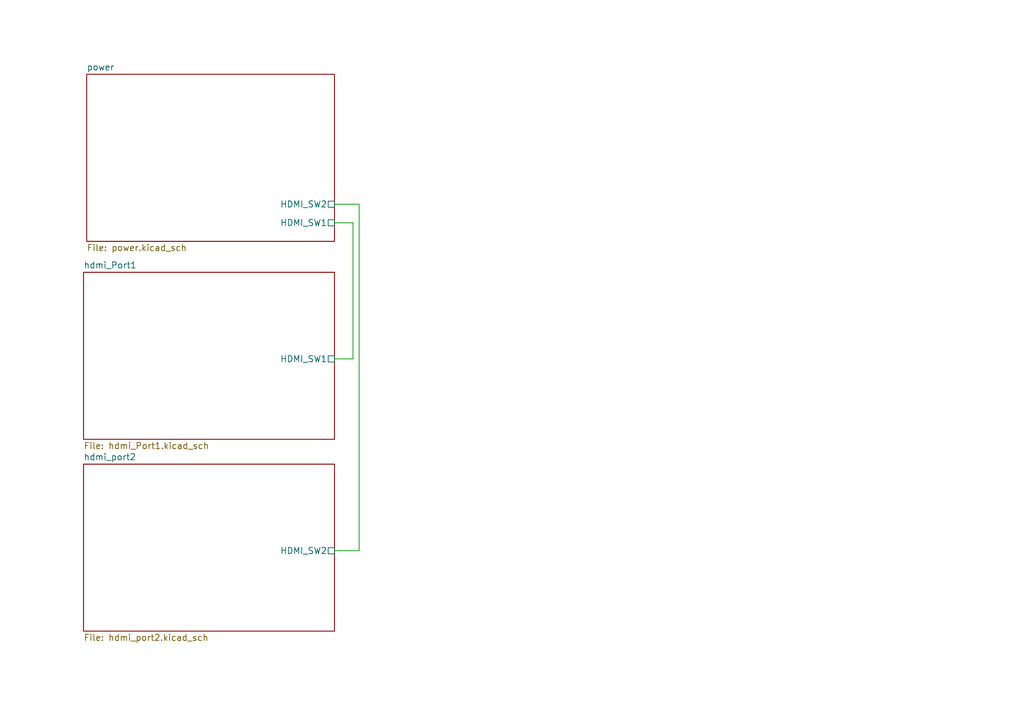
<source format=kicad_sch>
(kicad_sch
	(version 20231120)
	(generator "eeschema")
	(generator_version "8.0")
	(uuid "cc9a4224-c7c2-467e-a783-ff04a95e26f5")
	(paper "A5")
	(lib_symbols)
	(wire
		(pts
			(xy 72.39 45.72) (xy 68.58 45.72)
		)
		(stroke
			(width 0)
			(type default)
		)
		(uuid "1b4e804f-56d0-4bdd-ad22-2be19c03bef8")
	)
	(wire
		(pts
			(xy 73.66 41.91) (xy 73.66 113.03)
		)
		(stroke
			(width 0)
			(type default)
		)
		(uuid "6e0e4abf-0a2c-4206-adcd-0735a9f64da8")
	)
	(wire
		(pts
			(xy 68.58 41.91) (xy 73.66 41.91)
		)
		(stroke
			(width 0)
			(type default)
		)
		(uuid "8a197dbf-8459-45ae-8de0-cfea49c825a6")
	)
	(wire
		(pts
			(xy 72.39 73.66) (xy 72.39 45.72)
		)
		(stroke
			(width 0)
			(type default)
		)
		(uuid "a29ba81c-b025-4bcc-b01c-c0111d740536")
	)
	(wire
		(pts
			(xy 68.58 73.66) (xy 72.39 73.66)
		)
		(stroke
			(width 0)
			(type default)
		)
		(uuid "bd5a0d35-5cab-430c-8caa-b8feee3e48c8")
	)
	(wire
		(pts
			(xy 68.58 113.03) (xy 73.66 113.03)
		)
		(stroke
			(width 0)
			(type default)
		)
		(uuid "be2fe571-0742-4a12-bbb4-dfaee35e4514")
	)
	(sheet
		(at 17.145 55.88)
		(size 51.435 34.29)
		(fields_autoplaced yes)
		(stroke
			(width 0.1524)
			(type solid)
		)
		(fill
			(color 0 0 0 0.0000)
		)
		(uuid "34e4bf41-1960-4816-a53d-2b8e02492251")
		(property "Sheetname" "hdmi_Port1"
			(at 17.145 55.1684 0)
			(effects
				(font
					(size 1.27 1.27)
				)
				(justify left bottom)
			)
		)
		(property "Sheetfile" "hdmi_Port1.kicad_sch"
			(at 17.145 90.7546 0)
			(effects
				(font
					(size 1.27 1.27)
				)
				(justify left top)
			)
		)
		(pin "HDMI_SW1" passive
			(at 68.58 73.66 0)
			(effects
				(font
					(size 1.27 1.27)
				)
				(justify right)
			)
			(uuid "04e9259f-2e8a-4176-99d2-7f3c03abd3d3")
		)
		(instances
			(project "HdmiSwitch"
				(path "/cc9a4224-c7c2-467e-a783-ff04a95e26f5"
					(page "3")
				)
			)
		)
	)
	(sheet
		(at 17.145 95.25)
		(size 51.435 34.29)
		(fields_autoplaced yes)
		(stroke
			(width 0.1524)
			(type solid)
		)
		(fill
			(color 0 0 0 0.0000)
		)
		(uuid "77dacca2-6c5a-4fba-b882-908401399561")
		(property "Sheetname" "hdmi_port2"
			(at 17.145 94.5384 0)
			(effects
				(font
					(size 1.27 1.27)
				)
				(justify left bottom)
			)
		)
		(property "Sheetfile" "hdmi_port2.kicad_sch"
			(at 17.145 130.1246 0)
			(effects
				(font
					(size 1.27 1.27)
				)
				(justify left top)
			)
		)
		(pin "HDMI_SW2" passive
			(at 68.58 113.03 0)
			(effects
				(font
					(size 1.27 1.27)
				)
				(justify right)
			)
			(uuid "7aba7148-f5f3-42e5-84df-32c64d734420")
		)
		(instances
			(project "HdmiSwitch"
				(path "/cc9a4224-c7c2-467e-a783-ff04a95e26f5"
					(page "4")
				)
			)
		)
	)
	(sheet
		(at 17.78 15.24)
		(size 50.8 34.29)
		(fields_autoplaced yes)
		(stroke
			(width 0.1524)
			(type solid)
		)
		(fill
			(color 0 0 0 0.0000)
		)
		(uuid "9e7b6e82-01f6-40cd-9fb1-af97d2eff3e7")
		(property "Sheetname" "power"
			(at 17.78 14.5284 0)
			(effects
				(font
					(size 1.27 1.27)
				)
				(justify left bottom)
			)
		)
		(property "Sheetfile" "power.kicad_sch"
			(at 17.78 50.1146 0)
			(effects
				(font
					(size 1.27 1.27)
				)
				(justify left top)
			)
		)
		(pin "HDMI_SW1" passive
			(at 68.58 45.72 0)
			(effects
				(font
					(size 1.27 1.27)
				)
				(justify right)
			)
			(uuid "4e19de8d-5c74-4cb2-aa91-f150845fde6c")
		)
		(pin "HDMI_SW2" passive
			(at 68.58 41.91 0)
			(effects
				(font
					(size 1.27 1.27)
				)
				(justify right)
			)
			(uuid "31f68652-0c8e-4d3e-b037-342dfb7ea6df")
		)
		(instances
			(project "HdmiSwitch"
				(path "/cc9a4224-c7c2-467e-a783-ff04a95e26f5"
					(page "2")
				)
			)
		)
	)
	(sheet_instances
		(path "/"
			(page "1")
		)
	)
)

</source>
